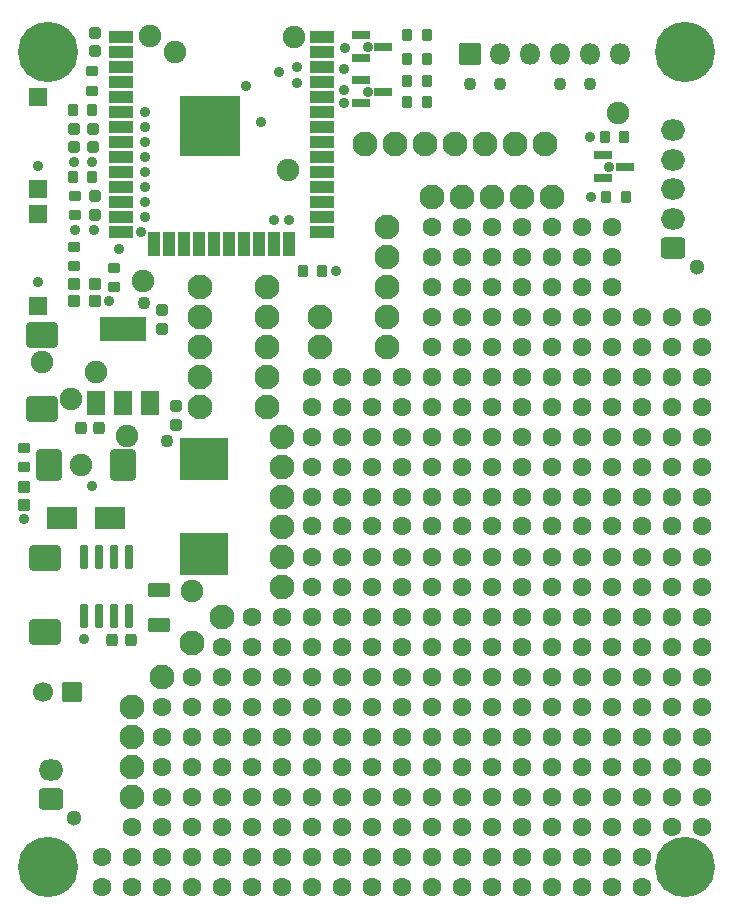
<source format=gbr>
%TF.GenerationSoftware,KiCad,Pcbnew,(6.0.1)*%
%TF.CreationDate,2023-01-01T21:05:58-08:00*%
%TF.ProjectId,ESP32 Protoboard - Small R1,45535033-3220-4507-926f-746f626f6172,rev?*%
%TF.SameCoordinates,Original*%
%TF.FileFunction,Soldermask,Top*%
%TF.FilePolarity,Negative*%
%FSLAX46Y46*%
G04 Gerber Fmt 4.6, Leading zero omitted, Abs format (unit mm)*
G04 Created by KiCad (PCBNEW (6.0.1)) date 2023-01-01 21:05:58*
%MOMM*%
%LPD*%
G01*
G04 APERTURE LIST*
G04 Aperture macros list*
%AMRoundRect*
0 Rectangle with rounded corners*
0 $1 Rounding radius*
0 $2 $3 $4 $5 $6 $7 $8 $9 X,Y pos of 4 corners*
0 Add a 4 corners polygon primitive as box body*
4,1,4,$2,$3,$4,$5,$6,$7,$8,$9,$2,$3,0*
0 Add four circle primitives for the rounded corners*
1,1,$1+$1,$2,$3*
1,1,$1+$1,$4,$5*
1,1,$1+$1,$6,$7*
1,1,$1+$1,$8,$9*
0 Add four rect primitives between the rounded corners*
20,1,$1+$1,$2,$3,$4,$5,0*
20,1,$1+$1,$4,$5,$6,$7,0*
20,1,$1+$1,$6,$7,$8,$9,0*
20,1,$1+$1,$8,$9,$2,$3,0*%
G04 Aperture macros list end*
%ADD10RoundRect,0.101600X0.400000X0.400000X-0.400000X0.400000X-0.400000X-0.400000X0.400000X-0.400000X0*%
%ADD11RoundRect,0.250000X0.275000X-0.200000X0.275000X0.200000X-0.275000X0.200000X-0.275000X-0.200000X0*%
%ADD12RoundRect,0.250000X0.200000X0.275000X-0.200000X0.275000X-0.200000X-0.275000X0.200000X-0.275000X0*%
%ADD13RoundRect,0.050000X-0.750000X0.750000X-0.750000X-0.750000X0.750000X-0.750000X0.750000X0.750000X0*%
%ADD14RoundRect,0.250000X-0.275000X0.200000X-0.275000X-0.200000X0.275000X-0.200000X0.275000X0.200000X0*%
%ADD15RoundRect,0.275000X0.225000X0.250000X-0.225000X0.250000X-0.225000X-0.250000X0.225000X-0.250000X0*%
%ADD16RoundRect,0.275000X0.250000X-0.225000X0.250000X0.225000X-0.250000X0.225000X-0.250000X-0.225000X0*%
%ADD17RoundRect,0.300000X0.650000X-0.325000X0.650000X0.325000X-0.650000X0.325000X-0.650000X-0.325000X0*%
%ADD18C,0.900000*%
%ADD19C,5.100000*%
%ADD20RoundRect,0.050000X0.800000X0.800000X-0.800000X0.800000X-0.800000X-0.800000X0.800000X-0.800000X0*%
%ADD21C,1.700000*%
%ADD22RoundRect,0.200000X0.150000X-0.825000X0.150000X0.825000X-0.150000X0.825000X-0.150000X-0.825000X0*%
%ADD23RoundRect,0.300000X0.787500X1.025000X-0.787500X1.025000X-0.787500X-1.025000X0.787500X-1.025000X0*%
%ADD24RoundRect,0.300000X1.025000X-0.787500X1.025000X0.787500X-1.025000X0.787500X-1.025000X-0.787500X0*%
%ADD25RoundRect,0.300000X-1.025000X0.787500X-1.025000X-0.787500X1.025000X-0.787500X1.025000X0.787500X0*%
%ADD26RoundRect,0.275000X-0.250000X0.225000X-0.250000X-0.225000X0.250000X-0.225000X0.250000X0.225000X0*%
%ADD27RoundRect,0.050000X0.750000X-1.000000X0.750000X1.000000X-0.750000X1.000000X-0.750000X-1.000000X0*%
%ADD28RoundRect,0.050000X1.900000X-1.000000X1.900000X1.000000X-1.900000X1.000000X-1.900000X-1.000000X0*%
%ADD29RoundRect,0.250000X-0.200000X-0.275000X0.200000X-0.275000X0.200000X0.275000X-0.200000X0.275000X0*%
%ADD30RoundRect,0.050000X1.250000X0.900000X-1.250000X0.900000X-1.250000X-0.900000X1.250000X-0.900000X0*%
%ADD31RoundRect,0.050000X-1.000000X-0.450000X1.000000X-0.450000X1.000000X0.450000X-1.000000X0.450000X0*%
%ADD32RoundRect,0.050000X0.450000X-1.000000X0.450000X1.000000X-0.450000X1.000000X-0.450000X-1.000000X0*%
%ADD33RoundRect,0.050000X-2.500000X-2.500000X2.500000X-2.500000X2.500000X2.500000X-2.500000X2.500000X0*%
%ADD34RoundRect,0.050000X2.000000X-1.750000X2.000000X1.750000X-2.000000X1.750000X-2.000000X-1.750000X0*%
%ADD35C,1.100000*%
%ADD36C,1.300000*%
%ADD37RoundRect,0.300000X0.750000X-0.600000X0.750000X0.600000X-0.750000X0.600000X-0.750000X-0.600000X0*%
%ADD38O,2.100000X1.800000*%
%ADD39RoundRect,0.300000X0.725000X-0.600000X0.725000X0.600000X-0.725000X0.600000X-0.725000X-0.600000X0*%
%ADD40O,2.050000X1.800000*%
%ADD41C,1.600000*%
%ADD42C,2.100000*%
%ADD43RoundRect,0.050000X0.850000X-0.850000X0.850000X0.850000X-0.850000X0.850000X-0.850000X-0.850000X0*%
%ADD44O,1.800000X1.800000*%
%ADD45RoundRect,0.200000X-0.587500X-0.150000X0.587500X-0.150000X0.587500X0.150000X-0.587500X0.150000X0*%
%ADD46C,1.900000*%
G04 APERTURE END LIST*
D10*
%TO.C,D12*%
X5207000Y-24118000D03*
X5207000Y-22618000D03*
%TD*%
D11*
%TO.C,R10*%
X5207000Y-21145000D03*
X5207000Y-19495000D03*
%TD*%
D12*
%TO.C,R14*%
X51826000Y-10160000D03*
X50176000Y-10160000D03*
%TD*%
D13*
%TO.C,SW1*%
X2159000Y-6768000D03*
X2159000Y-14568000D03*
%TD*%
D14*
%TO.C,R6*%
X5334000Y-15177000D03*
X5334000Y-16827000D03*
%TD*%
D15*
%TO.C,C3*%
X7379000Y-34798000D03*
X5829000Y-34798000D03*
%TD*%
D16*
%TO.C,C11*%
X12700000Y-26429000D03*
X12700000Y-24879000D03*
%TD*%
D17*
%TO.C,C2*%
X12446000Y-51513000D03*
X12446000Y-48563000D03*
%TD*%
D10*
%TO.C,D8*%
X6985000Y-24118000D03*
X6985000Y-22618000D03*
%TD*%
D11*
%TO.C,R4*%
X6731000Y-6286000D03*
X6731000Y-4636000D03*
%TD*%
D18*
%TO.C,H4*%
X55674175Y-73325825D03*
X55125000Y-72000000D03*
X55674175Y-70674175D03*
D19*
X57000000Y-72000000D03*
D18*
X58875000Y-72000000D03*
X58325825Y-73325825D03*
X58325825Y-70674175D03*
X57000000Y-70125000D03*
X57000000Y-73875000D03*
%TD*%
%TO.C,H3*%
X57000000Y-1125000D03*
X55674175Y-4325825D03*
D19*
X57000000Y-3000000D03*
D18*
X58325825Y-4325825D03*
X57000000Y-4875000D03*
X55674175Y-1674175D03*
X55125000Y-3000000D03*
X58325825Y-1674175D03*
X58875000Y-3000000D03*
%TD*%
D12*
%TO.C,R15*%
X51953000Y-15277500D03*
X50303000Y-15277500D03*
%TD*%
%TO.C,R5*%
X26257000Y-21500000D03*
X24607000Y-21500000D03*
%TD*%
D10*
%TO.C,D7*%
X1016000Y-41338000D03*
X1016000Y-39838000D03*
%TD*%
D20*
%TO.C,C1*%
X5080000Y-57150000D03*
D21*
X2580000Y-57150000D03*
%TD*%
D22*
%TO.C,U2*%
X6096000Y-50717000D03*
X7366000Y-50717000D03*
X8636000Y-50717000D03*
X9906000Y-50717000D03*
X9906000Y-45767000D03*
X8636000Y-45767000D03*
X7366000Y-45767000D03*
X6096000Y-45767000D03*
%TD*%
D18*
%TO.C,H2*%
X3000000Y-70125000D03*
D19*
X3000000Y-72000000D03*
D18*
X3000000Y-73875000D03*
X4875000Y-72000000D03*
X4325825Y-70674175D03*
X1125000Y-72000000D03*
X1674175Y-73325825D03*
X4325825Y-73325825D03*
X1674175Y-70674175D03*
%TD*%
D13*
%TO.C,SW2*%
X2159000Y-16674000D03*
X2159000Y-24474000D03*
%TD*%
D23*
%TO.C,C4*%
X9363500Y-37992000D03*
X3138500Y-37992000D03*
%TD*%
D11*
%TO.C,R26*%
X1016000Y-38163000D03*
X1016000Y-36513000D03*
%TD*%
D24*
%TO.C,C7*%
X2751000Y-52104500D03*
X2751000Y-45879500D03*
%TD*%
D25*
%TO.C,C10*%
X2540000Y-26986500D03*
X2540000Y-33211500D03*
%TD*%
D16*
%TO.C,C9*%
X7000000Y-2934000D03*
X7000000Y-1384000D03*
%TD*%
D26*
%TO.C,C8*%
X5207000Y-9512000D03*
X5207000Y-11062000D03*
%TD*%
D27*
%TO.C,U3*%
X7098000Y-32741000D03*
X9398000Y-32741000D03*
D28*
X9398000Y-26441000D03*
D27*
X11698000Y-32741000D03*
%TD*%
D11*
%TO.C,R27*%
X8636000Y-22923000D03*
X8636000Y-21273000D03*
%TD*%
D26*
%TO.C,C6*%
X13843000Y-33007000D03*
X13843000Y-34557000D03*
%TD*%
D15*
%TO.C,C5*%
X10026000Y-52742000D03*
X8476000Y-52742000D03*
%TD*%
D29*
%TO.C,R7*%
X5144000Y-13589000D03*
X6794000Y-13589000D03*
%TD*%
%TO.C,R3*%
X5144000Y-7874000D03*
X6794000Y-7874000D03*
%TD*%
D30*
%TO.C,D1*%
X8251000Y-42492000D03*
X4251000Y-42492000D03*
%TD*%
D31*
%TO.C,U1*%
X9250000Y-1745000D03*
X9250000Y-3015000D03*
X9250000Y-4285000D03*
X9250000Y-5555000D03*
X9250000Y-6825000D03*
X9250000Y-8095000D03*
X9250000Y-9365000D03*
X9250000Y-10635000D03*
X9250000Y-11905000D03*
X9250000Y-13175000D03*
X9250000Y-14445000D03*
X9250000Y-15715000D03*
X9250000Y-16985000D03*
X9250000Y-18255000D03*
D32*
X12035000Y-19255000D03*
X13305000Y-19255000D03*
X14575000Y-19255000D03*
X15845000Y-19255000D03*
X17115000Y-19255000D03*
X18385000Y-19255000D03*
X19655000Y-19255000D03*
X20925000Y-19255000D03*
X22195000Y-19255000D03*
X23465000Y-19255000D03*
D31*
X26250000Y-18255000D03*
X26250000Y-16985000D03*
X26250000Y-15715000D03*
X26250000Y-14445000D03*
X26250000Y-13175000D03*
X26250000Y-11905000D03*
X26250000Y-10635000D03*
X26250000Y-9365000D03*
X26250000Y-8095000D03*
X26250000Y-6825000D03*
X26250000Y-5555000D03*
X26250000Y-4285000D03*
X26250000Y-3015000D03*
X26250000Y-1745000D03*
D33*
X16750000Y-9245000D03*
%TD*%
D34*
%TO.C,L1*%
X16251000Y-45492000D03*
X16251000Y-37492000D03*
%TD*%
D18*
%TO.C,H1*%
X4325825Y-4325825D03*
X3000000Y-1125000D03*
X4325825Y-1674175D03*
X1674175Y-1674175D03*
D19*
X3000000Y-3000000D03*
D18*
X4875000Y-3000000D03*
X1674175Y-4325825D03*
X1125000Y-3000000D03*
X3000000Y-4875000D03*
%TD*%
D29*
%TO.C,R2*%
X33465000Y-3556000D03*
X35115000Y-3556000D03*
%TD*%
D35*
%TO.C,TP1*%
X48895000Y-5715000D03*
%TD*%
%TO.C,TP2*%
X46355000Y-5715000D03*
%TD*%
%TO.C,TP3*%
X41275000Y-5715000D03*
%TD*%
%TO.C,TP4*%
X38735000Y-5715000D03*
%TD*%
D36*
%TO.C,J1*%
X5268000Y-67854000D03*
D37*
X3268000Y-66254000D03*
D38*
X3268000Y-63754000D03*
%TD*%
D36*
%TO.C,J8*%
X57990000Y-21205000D03*
D39*
X55990000Y-19605000D03*
D40*
X55990000Y-17105000D03*
X55990000Y-14605000D03*
X55990000Y-12105000D03*
X55990000Y-9605000D03*
%TD*%
D41*
%TO.C,REF\u002A\u002A*%
X55880000Y-35560000D03*
%TD*%
%TO.C,REF\u002A\u002A*%
X38067310Y-40640000D03*
%TD*%
%TO.C,REF\u002A\u002A*%
X48260000Y-73660000D03*
%TD*%
%TO.C,REF\u002A\u002A*%
X30480000Y-66040000D03*
%TD*%
%TO.C,REF\u002A\u002A*%
X30480000Y-48260000D03*
%TD*%
%TO.C,REF\u002A\u002A*%
X15240000Y-73660000D03*
%TD*%
%TO.C,REF\u002A\u002A*%
X38100000Y-45720000D03*
%TD*%
%TO.C,REF\u002A\u002A*%
X27940000Y-73660000D03*
%TD*%
%TO.C,REF\u002A\u002A*%
X33020000Y-50800000D03*
%TD*%
%TO.C,REF\u002A\u002A*%
X45720000Y-50800000D03*
%TD*%
%TO.C,REF\u002A\u002A*%
X40640000Y-48260000D03*
%TD*%
%TO.C,REF\u002A\u002A*%
X27940000Y-71120000D03*
%TD*%
%TO.C,REF\u002A\u002A*%
X50800000Y-35560000D03*
%TD*%
%TO.C,REF\u002A\u002A*%
X22860000Y-50800000D03*
%TD*%
%TO.C,REF\u002A\u002A*%
X38100000Y-68612690D03*
%TD*%
%TO.C,REF\u002A\u002A*%
X33020000Y-38100000D03*
%TD*%
%TO.C,REF\u002A\u002A*%
X15240000Y-55880000D03*
%TD*%
%TO.C,REF\u002A\u002A*%
X25400000Y-68612690D03*
%TD*%
%TO.C,REF\u002A\u002A*%
X55880000Y-68580000D03*
%TD*%
%TO.C,REF\u002A\u002A*%
X15240000Y-68612690D03*
%TD*%
D42*
%TO.C,IO21*%
X42545000Y-10795000D03*
%TD*%
D41*
%TO.C,REF\u002A\u002A*%
X20320000Y-73660000D03*
%TD*%
%TO.C,REF\u002A\u002A*%
X55880000Y-58420000D03*
%TD*%
D42*
%TO.C,IO17*%
X31750000Y-22860000D03*
%TD*%
D41*
%TO.C,REF\u002A\u002A*%
X20320000Y-71120000D03*
%TD*%
%TO.C,REF\u002A\u002A*%
X55847310Y-40640000D03*
%TD*%
%TO.C,REF\u002A\u002A*%
X30447310Y-43159141D03*
%TD*%
%TO.C,REF\u002A\u002A*%
X53307310Y-40640000D03*
%TD*%
%TO.C,REF\u002A\u002A*%
X35560000Y-33020000D03*
%TD*%
%TO.C,REF\u002A\u002A*%
X43180000Y-22860000D03*
%TD*%
%TO.C,REF\u002A\u002A*%
X43180000Y-35560000D03*
%TD*%
%TO.C,REF\u002A\u002A*%
X22860000Y-60960000D03*
%TD*%
%TO.C,REF\u002A\u002A*%
X58420000Y-38100000D03*
%TD*%
%TO.C,REF\u002A\u002A*%
X58420000Y-63500000D03*
%TD*%
%TO.C,REF\u002A\u002A*%
X32987310Y-40640000D03*
%TD*%
%TO.C,REF\u002A\u002A*%
X55880000Y-33020000D03*
%TD*%
D42*
%TO.C,IO14*%
X15875000Y-30480000D03*
%TD*%
D41*
%TO.C,REF\u002A\u002A*%
X40640000Y-22860000D03*
%TD*%
%TO.C,REF\u002A\u002A*%
X30480000Y-60960000D03*
%TD*%
%TO.C,REF\u002A\u002A*%
X27940000Y-45720000D03*
%TD*%
%TO.C,REF\u002A\u002A*%
X45720000Y-33020000D03*
%TD*%
%TO.C,REF\u002A\u002A*%
X27940000Y-38100000D03*
%TD*%
%TO.C,REF\u002A\u002A*%
X50800000Y-45720000D03*
%TD*%
%TO.C,REF\u002A\u002A*%
X22860000Y-68612690D03*
%TD*%
%TO.C,REF\u002A\u002A*%
X40640000Y-68612690D03*
%TD*%
%TO.C,REF\u002A\u002A*%
X48260000Y-20320000D03*
%TD*%
%TO.C,REF\u002A\u002A*%
X33020000Y-55880000D03*
%TD*%
%TO.C,REF\u002A\u002A*%
X20320000Y-53340000D03*
%TD*%
%TO.C,REF\u002A\u002A*%
X35560000Y-25400000D03*
%TD*%
%TO.C,REF\u002A\u002A*%
X35560000Y-48260000D03*
%TD*%
%TO.C,REF\u002A\u002A*%
X40640000Y-25400000D03*
%TD*%
%TO.C,REF\u002A\u002A*%
X53340000Y-71120000D03*
%TD*%
%TO.C,REF\u002A\u002A*%
X17780000Y-63500000D03*
%TD*%
%TO.C,REF\u002A\u002A*%
X7620000Y-71120000D03*
%TD*%
%TO.C,REF\u002A\u002A*%
X48260000Y-53340000D03*
%TD*%
%TO.C,REF\u002A\u002A*%
X35560000Y-63500000D03*
%TD*%
%TO.C,REF\u002A\u002A*%
X38100000Y-38100000D03*
%TD*%
%TO.C,REF\u002A\u002A*%
X35560000Y-73660000D03*
%TD*%
D26*
%TO.C,C13*%
X6985000Y-15227000D03*
X6985000Y-16777000D03*
%TD*%
D41*
%TO.C,REF\u002A\u002A*%
X33020000Y-60960000D03*
%TD*%
%TO.C,REF\u002A\u002A*%
X35560000Y-17780000D03*
%TD*%
%TO.C,REF\u002A\u002A*%
X12700000Y-58420000D03*
%TD*%
%TO.C,REF\u002A\u002A*%
X20320000Y-58420000D03*
%TD*%
%TO.C,REF\u002A\u002A*%
X53340000Y-50800000D03*
%TD*%
%TO.C,REF\u002A\u002A*%
X27940000Y-68612690D03*
%TD*%
%TO.C,REF\u002A\u002A*%
X50800000Y-58420000D03*
%TD*%
%TO.C,REF\u002A\u002A*%
X58387310Y-53340000D03*
%TD*%
%TO.C,REF\u002A\u002A*%
X40640000Y-66040000D03*
%TD*%
%TO.C,REF\u002A\u002A*%
X38100000Y-66040000D03*
%TD*%
%TO.C,REF\u002A\u002A*%
X25400000Y-35560000D03*
%TD*%
%TO.C,REF\u002A\u002A*%
X35560000Y-45720000D03*
%TD*%
%TO.C,REF\u002A\u002A*%
X58420000Y-33020000D03*
%TD*%
%TO.C,REF\u002A\u002A*%
X25400000Y-63500000D03*
%TD*%
%TO.C,REF\u002A\u002A*%
X43180000Y-73660000D03*
%TD*%
D42*
%TO.C,VIN1*%
X10160000Y-66040000D03*
%TD*%
D41*
%TO.C,REF\u002A\u002A*%
X30480000Y-55880000D03*
%TD*%
%TO.C,REF\u002A\u002A*%
X40640000Y-30480000D03*
%TD*%
%TO.C,REF\u002A\u002A*%
X40640000Y-20320000D03*
%TD*%
%TO.C,REF\u002A\u002A*%
X40640000Y-58420000D03*
%TD*%
%TO.C,REF\u002A\u002A*%
X43180000Y-30480000D03*
%TD*%
%TO.C,REF\u002A\u002A*%
X58387310Y-60960000D03*
%TD*%
%TO.C,REF\u002A\u002A*%
X43180000Y-53340000D03*
%TD*%
%TO.C,REF\u002A\u002A*%
X17780000Y-58420000D03*
%TD*%
%TO.C,REF\u002A\u002A*%
X45720000Y-22860000D03*
%TD*%
%TO.C,REF\u002A\u002A*%
X17780000Y-53340000D03*
%TD*%
%TO.C,REF\u002A\u002A*%
X22860000Y-58420000D03*
%TD*%
%TO.C,REF\u002A\u002A*%
X15240000Y-58420000D03*
%TD*%
%TO.C,REF\u002A\u002A*%
X48260000Y-48260000D03*
%TD*%
%TO.C,REF\u002A\u002A*%
X40607310Y-43159141D03*
%TD*%
%TO.C,REF\u002A\u002A*%
X38100000Y-22860000D03*
%TD*%
%TO.C,REF\u002A\u002A*%
X40640000Y-71120000D03*
%TD*%
%TO.C,REF\u002A\u002A*%
X58387310Y-43159141D03*
%TD*%
%TO.C,REF\u002A\u002A*%
X58387310Y-50800000D03*
%TD*%
%TO.C,REF\u002A\u002A*%
X43180000Y-48260000D03*
%TD*%
%TO.C,REF\u002A\u002A*%
X33020000Y-58420000D03*
%TD*%
%TO.C,REF\u002A\u002A*%
X43180000Y-60960000D03*
%TD*%
%TO.C,REF\u002A\u002A*%
X33020000Y-53340000D03*
%TD*%
%TO.C,REF\u002A\u002A*%
X30480000Y-38100000D03*
%TD*%
%TO.C,REF\u002A\u002A*%
X35527310Y-40640000D03*
%TD*%
%TO.C,REF\u002A\u002A*%
X40640000Y-27940000D03*
%TD*%
D42*
%TO.C,VIN4*%
X15240000Y-52998250D03*
%TD*%
D41*
%TO.C,REF\u002A\u002A*%
X38100000Y-17780000D03*
%TD*%
%TO.C,REF\u002A\u002A*%
X22860000Y-55880000D03*
%TD*%
D42*
%TO.C,VIN2*%
X10160000Y-60960000D03*
%TD*%
D41*
%TO.C,REF\u002A\u002A*%
X50800000Y-71120000D03*
%TD*%
%TO.C,REF\u002A\u002A*%
X45720000Y-48260000D03*
%TD*%
%TO.C,REF\u002A\u002A*%
X27907310Y-40640000D03*
%TD*%
%TO.C,REF\u002A\u002A*%
X48260000Y-22860000D03*
%TD*%
%TO.C,REF\u002A\u002A*%
X53340000Y-55880000D03*
%TD*%
%TO.C,REF\u002A\u002A*%
X38100000Y-63500000D03*
%TD*%
%TO.C,REF\u002A\u002A*%
X48260000Y-68612690D03*
%TD*%
%TO.C,REF\u002A\u002A*%
X40640000Y-73660000D03*
%TD*%
%TO.C,REF\u002A\u002A*%
X15240000Y-60960000D03*
%TD*%
D42*
%TO.C,IO18*%
X31750000Y-17780000D03*
%TD*%
D41*
%TO.C,REF\u002A\u002A*%
X27940000Y-58420000D03*
%TD*%
%TO.C,REF\u002A\u002A*%
X22860000Y-53340000D03*
%TD*%
%TO.C,REF\u002A\u002A*%
X53340000Y-68580000D03*
%TD*%
%TO.C,REF\u002A\u002A*%
X25400000Y-66040000D03*
%TD*%
D42*
%TO.C,IO16*%
X31750000Y-25400000D03*
%TD*%
D41*
%TO.C,REF\u002A\u002A*%
X35560000Y-35560000D03*
%TD*%
D42*
%TO.C,IO22*%
X45085000Y-10795000D03*
%TD*%
D41*
%TO.C,REF\u002A\u002A*%
X40640000Y-53340000D03*
%TD*%
%TO.C,REF\u002A\u002A*%
X33020000Y-63500000D03*
%TD*%
%TO.C,REF\u002A\u002A*%
X53340000Y-73660000D03*
%TD*%
D42*
%TO.C,5V03*%
X43180000Y-15240000D03*
%TD*%
D41*
%TO.C,REF\u002A\u002A*%
X53340000Y-27940000D03*
%TD*%
%TO.C,REF\u002A\u002A*%
X50800000Y-66040000D03*
%TD*%
%TO.C,REF\u002A\u002A*%
X58387310Y-45720000D03*
%TD*%
%TO.C,REF\u002A\u002A*%
X43180000Y-68612690D03*
%TD*%
D42*
%TO.C,IO5*%
X31750000Y-20320000D03*
%TD*%
D41*
%TO.C,REF\u002A\u002A*%
X45720000Y-53340000D03*
%TD*%
%TO.C,REF\u002A\u002A*%
X10160000Y-68612690D03*
%TD*%
%TO.C,REF\u002A\u002A*%
X53340000Y-48260000D03*
%TD*%
D42*
%TO.C,IO27*%
X15875000Y-33020000D03*
%TD*%
D41*
%TO.C,REF\u002A\u002A*%
X55880000Y-55880000D03*
%TD*%
%TO.C,REF\u002A\u002A*%
X40640000Y-35560000D03*
%TD*%
%TO.C,REF\u002A\u002A*%
X27940000Y-63500000D03*
%TD*%
%TO.C,REF\u002A\u002A*%
X38100000Y-25400000D03*
%TD*%
%TO.C,REF\u002A\u002A*%
X50800000Y-22860000D03*
%TD*%
%TO.C,REF\u002A\u002A*%
X30447310Y-40640000D03*
%TD*%
%TO.C,REF\u002A\u002A*%
X55880000Y-43159141D03*
%TD*%
D42*
%TO.C,5V04*%
X35560000Y-15240000D03*
%TD*%
D41*
%TO.C,REF\u002A\u002A*%
X55880000Y-60960000D03*
%TD*%
D42*
%TO.C,IO33*%
X21590000Y-22860000D03*
%TD*%
%TO.C,3V34*%
X45720000Y-15240000D03*
%TD*%
D41*
%TO.C,REF\u002A\u002A*%
X48260000Y-38100000D03*
%TD*%
%TO.C,REF\u002A\u002A*%
X38100000Y-48260000D03*
%TD*%
%TO.C,REF\u002A\u002A*%
X38100000Y-55880000D03*
%TD*%
%TO.C,REF\u002A\u002A*%
X58420000Y-25400000D03*
%TD*%
%TO.C,REF\u002A\u002A*%
X43180000Y-27940000D03*
%TD*%
%TO.C,REF\u002A\u002A*%
X30480000Y-50800000D03*
%TD*%
%TO.C,REF\u002A\u002A*%
X35560000Y-58420000D03*
%TD*%
%TO.C,REF\u002A\u002A*%
X50767310Y-43159141D03*
%TD*%
%TO.C,REF\u002A\u002A*%
X40640000Y-55880000D03*
%TD*%
%TO.C,REF\u002A\u002A*%
X22860000Y-73660000D03*
%TD*%
%TO.C,REF\u002A\u002A*%
X25400000Y-60960000D03*
%TD*%
%TO.C,REF\u002A\u002A*%
X12700000Y-66040000D03*
%TD*%
%TO.C,REF\u002A\u002A*%
X35527310Y-43159141D03*
%TD*%
%TO.C,REF\u002A\u002A*%
X40640000Y-33020000D03*
%TD*%
D42*
%TO.C,IO32*%
X15875000Y-27940000D03*
%TD*%
D41*
%TO.C,REF\u002A\u002A*%
X50800000Y-17780000D03*
%TD*%
%TO.C,REF\u002A\u002A*%
X33020000Y-45720000D03*
%TD*%
%TO.C,REF\u002A\u002A*%
X25400000Y-45720000D03*
%TD*%
%TO.C,REF\u002A\u002A*%
X40640000Y-38100000D03*
%TD*%
%TO.C,REF\u002A\u002A*%
X53340000Y-30480000D03*
%TD*%
%TO.C,REF\u002A\u002A*%
X30480000Y-45720000D03*
%TD*%
%TO.C,REF\u002A\u002A*%
X50800000Y-27940000D03*
%TD*%
%TO.C,REF\u002A\u002A*%
X45720000Y-30480000D03*
%TD*%
%TO.C,REF\u002A\u002A*%
X48260000Y-30480000D03*
%TD*%
%TO.C,REF\u002A\u002A*%
X35560000Y-60960000D03*
%TD*%
%TO.C,REF\u002A\u002A*%
X40607310Y-40640000D03*
%TD*%
%TO.C,REF\u002A\u002A*%
X35560000Y-68612690D03*
%TD*%
%TO.C,REF\u002A\u002A*%
X35560000Y-22860000D03*
%TD*%
%TO.C,REF\u002A\u002A*%
X35560000Y-66040000D03*
%TD*%
%TO.C,REF\u002A\u002A*%
X43180000Y-38100000D03*
%TD*%
D43*
%TO.C,J2*%
X38760000Y-3175000D03*
D44*
X41300000Y-3175000D03*
X43840000Y-3175000D03*
X46380000Y-3175000D03*
X48920000Y-3175000D03*
X51460000Y-3175000D03*
%TD*%
D41*
%TO.C,REF\u002A\u002A*%
X53340000Y-33020000D03*
%TD*%
%TO.C,REF\u002A\u002A*%
X55880000Y-38100000D03*
%TD*%
%TO.C,REF\u002A\u002A*%
X45720000Y-17780000D03*
%TD*%
D42*
%TO.C,IO12*%
X15875000Y-25400000D03*
%TD*%
D41*
%TO.C,REF\u002A\u002A*%
X45720000Y-71120000D03*
%TD*%
%TO.C,REF\u002A\u002A*%
X45720000Y-20320000D03*
%TD*%
%TO.C,REF\u002A\u002A*%
X50800000Y-38100000D03*
%TD*%
%TO.C,REF\u002A\u002A*%
X53340000Y-45720000D03*
%TD*%
%TO.C,REF\u002A\u002A*%
X35560000Y-20320000D03*
%TD*%
%TO.C,REF\u002A\u002A*%
X17780000Y-55880000D03*
%TD*%
%TO.C,REF\u002A\u002A*%
X33020000Y-68612690D03*
%TD*%
%TO.C,REF\u002A\u002A*%
X12700000Y-71120000D03*
%TD*%
%TO.C,REF\u002A\u002A*%
X43180000Y-17780000D03*
%TD*%
%TO.C,REF\u002A\u002A*%
X38100000Y-33020000D03*
%TD*%
%TO.C,REF\u002A\u002A*%
X38100000Y-73660000D03*
%TD*%
D42*
%TO.C,5V02*%
X22860000Y-40640000D03*
%TD*%
D41*
%TO.C,REF\u002A\u002A*%
X48260000Y-25400000D03*
%TD*%
%TO.C,REF\u002A\u002A*%
X50800000Y-55880000D03*
%TD*%
%TO.C,REF\u002A\u002A*%
X25400000Y-55880000D03*
%TD*%
%TO.C,REF\u002A\u002A*%
X17780000Y-71120000D03*
%TD*%
%TO.C,REF\u002A\u002A*%
X50800000Y-73660000D03*
%TD*%
%TO.C,REF\u002A\u002A*%
X38100000Y-71120000D03*
%TD*%
%TO.C,REF\u002A\u002A*%
X50800000Y-33020000D03*
%TD*%
%TO.C,REF\u002A\u002A*%
X45720000Y-25400000D03*
%TD*%
%TO.C,REF\u002A\u002A*%
X32987310Y-43159141D03*
%TD*%
%TO.C,REF\u002A\u002A*%
X22860000Y-66040000D03*
%TD*%
%TO.C,REF\u002A\u002A*%
X50800000Y-48260000D03*
%TD*%
%TO.C,REF\u002A\u002A*%
X17780000Y-73660000D03*
%TD*%
%TO.C,REF\u002A\u002A*%
X25400000Y-53340000D03*
%TD*%
%TO.C,REF\u002A\u002A*%
X45720000Y-68612690D03*
%TD*%
D42*
%TO.C,IO34*%
X21590000Y-33020000D03*
%TD*%
D41*
%TO.C,REF\u002A\u002A*%
X45720000Y-73660000D03*
%TD*%
%TO.C,REF\u002A\u002A*%
X53340000Y-35560000D03*
%TD*%
%TO.C,REF\u002A\u002A*%
X30480000Y-73660000D03*
%TD*%
%TO.C,REF\u002A\u002A*%
X53307310Y-43159141D03*
%TD*%
%TO.C,REF\u002A\u002A*%
X27940000Y-60960000D03*
%TD*%
%TO.C,REF\u002A\u002A*%
X33020000Y-33020000D03*
%TD*%
D42*
%TO.C,IO3*%
X40005000Y-10795000D03*
%TD*%
D41*
%TO.C,REF\u002A\u002A*%
X15240000Y-63500000D03*
%TD*%
%TO.C,REF\u002A\u002A*%
X35560000Y-53340000D03*
%TD*%
%TO.C,REF\u002A\u002A*%
X25400000Y-58420000D03*
%TD*%
%TO.C,REF\u002A\u002A*%
X43180000Y-45720000D03*
%TD*%
%TO.C,REF\u002A\u002A*%
X43180000Y-63500000D03*
%TD*%
%TO.C,REF\u002A\u002A*%
X10160000Y-71120000D03*
%TD*%
%TO.C,REF\u002A\u002A*%
X30480000Y-30480000D03*
%TD*%
%TO.C,REF\u002A\u002A*%
X50800000Y-30480000D03*
%TD*%
%TO.C,REF\u002A\u002A*%
X58420000Y-27940000D03*
%TD*%
%TO.C,REF\u002A\u002A*%
X43180000Y-71120000D03*
%TD*%
%TO.C,REF\u002A\u002A*%
X33020000Y-66040000D03*
%TD*%
%TO.C,REF\u002A\u002A*%
X40640000Y-60960000D03*
%TD*%
D42*
%TO.C,G3*%
X17780000Y-50800000D03*
%TD*%
D41*
%TO.C,REF\u002A\u002A*%
X25400000Y-33020000D03*
%TD*%
%TO.C,REF\u002A\u002A*%
X53340000Y-53340000D03*
%TD*%
%TO.C,REF\u002A\u002A*%
X22860000Y-71120000D03*
%TD*%
%TO.C,REF\u002A\u002A*%
X38100000Y-53340000D03*
%TD*%
%TO.C,REF\u002A\u002A*%
X27940000Y-66040000D03*
%TD*%
%TO.C,REF\u002A\u002A*%
X55880000Y-63500000D03*
%TD*%
%TO.C,REF\u002A\u002A*%
X12700000Y-73660000D03*
%TD*%
%TO.C,REF\u002A\u002A*%
X35560000Y-27940000D03*
%TD*%
%TO.C,REF\u002A\u002A*%
X30480000Y-58420000D03*
%TD*%
D29*
%TO.C,R1*%
X33465000Y-1524000D03*
X35115000Y-1524000D03*
%TD*%
D41*
%TO.C,REF\u002A\u002A*%
X17780000Y-68612690D03*
%TD*%
%TO.C,REF\u002A\u002A*%
X50800000Y-20320000D03*
%TD*%
%TO.C,REF\u002A\u002A*%
X27940000Y-33020000D03*
%TD*%
D42*
%TO.C,IO4*%
X31750000Y-27940000D03*
%TD*%
D41*
%TO.C,REF\u002A\u002A*%
X33020000Y-30480000D03*
%TD*%
%TO.C,REF\u002A\u002A*%
X27940000Y-50800000D03*
%TD*%
%TO.C,REF\u002A\u002A*%
X40640000Y-63500000D03*
%TD*%
%TO.C,REF\u002A\u002A*%
X53340000Y-38100000D03*
%TD*%
%TO.C,REF\u002A\u002A*%
X50800000Y-63500000D03*
%TD*%
D42*
%TO.C,G5*%
X22860000Y-35560000D03*
%TD*%
D41*
%TO.C,REF\u002A\u002A*%
X48260000Y-50800000D03*
%TD*%
D42*
%TO.C,G4*%
X22860000Y-43180000D03*
%TD*%
D41*
%TO.C,REF\u002A\u002A*%
X45720000Y-55880000D03*
%TD*%
%TO.C,REF\u002A\u002A*%
X45720000Y-35560000D03*
%TD*%
D42*
%TO.C,VIN3*%
X12700000Y-55880000D03*
%TD*%
D41*
%TO.C,REF\u002A\u002A*%
X20320000Y-68612690D03*
%TD*%
%TO.C,REF\u002A\u002A*%
X58420000Y-35560000D03*
%TD*%
%TO.C,REF\u002A\u002A*%
X35560000Y-55880000D03*
%TD*%
%TO.C,REF\u002A\u002A*%
X25400000Y-73660000D03*
%TD*%
%TO.C,REF\u002A\u002A*%
X48260000Y-66040000D03*
%TD*%
%TO.C,REF\u002A\u002A*%
X30480000Y-68612690D03*
%TD*%
%TO.C,REF\u002A\u002A*%
X33020000Y-48260000D03*
%TD*%
%TO.C,REF\u002A\u002A*%
X50800000Y-50800000D03*
%TD*%
%TO.C,REF\u002A\u002A*%
X53340000Y-25400000D03*
%TD*%
%TO.C,REF\u002A\u002A*%
X48260000Y-33020000D03*
%TD*%
%TO.C,REF\u002A\u002A*%
X25367310Y-43159141D03*
%TD*%
D42*
%TO.C,IO2*%
X26035000Y-27940000D03*
%TD*%
D41*
%TO.C,REF\u002A\u002A*%
X20320000Y-50800000D03*
%TD*%
%TO.C,REF\u002A\u002A*%
X43147310Y-43159141D03*
%TD*%
%TO.C,REF\u002A\u002A*%
X45720000Y-45720000D03*
%TD*%
%TO.C,REF\u002A\u002A*%
X43180000Y-66040000D03*
%TD*%
%TO.C,REF\u002A\u002A*%
X25400000Y-50800000D03*
%TD*%
%TO.C,REF\u002A\u002A*%
X43180000Y-20320000D03*
%TD*%
%TO.C,REF\u002A\u002A*%
X40640000Y-45720000D03*
%TD*%
D42*
%TO.C,G1*%
X10160000Y-63500000D03*
%TD*%
D41*
%TO.C,REF\u002A\u002A*%
X30480000Y-35560000D03*
%TD*%
%TO.C,REF\u002A\u002A*%
X45720000Y-66040000D03*
%TD*%
D42*
%TO.C,IO35*%
X21590000Y-30480000D03*
%TD*%
D41*
%TO.C,REF\u002A\u002A*%
X58420000Y-30480000D03*
%TD*%
D42*
%TO.C,IO23*%
X32385000Y-10795000D03*
%TD*%
D41*
%TO.C,REF\u002A\u002A*%
X27940000Y-35560000D03*
%TD*%
D42*
%TO.C,IO0*%
X34925000Y-10795000D03*
%TD*%
D41*
%TO.C,REF\u002A\u002A*%
X35560000Y-38100000D03*
%TD*%
%TO.C,REF\u002A\u002A*%
X12700000Y-60960000D03*
%TD*%
%TO.C,REF\u002A\u002A*%
X50800000Y-60960000D03*
%TD*%
%TO.C,REF\u002A\u002A*%
X17780000Y-60960000D03*
%TD*%
%TO.C,REF\u002A\u002A*%
X55880000Y-50800000D03*
%TD*%
%TO.C,REF\u002A\u002A*%
X38100000Y-27940000D03*
%TD*%
%TO.C,REF\u002A\u002A*%
X50767310Y-40640000D03*
%TD*%
%TO.C,REF\u002A\u002A*%
X45720000Y-58420000D03*
%TD*%
%TO.C,REF\u002A\u002A*%
X55880000Y-27940000D03*
%TD*%
%TO.C,REF\u002A\u002A*%
X45720000Y-63500000D03*
%TD*%
%TO.C,REF\u002A\u002A*%
X45687310Y-40640000D03*
%TD*%
%TO.C,REF\u002A\u002A*%
X48260000Y-58420000D03*
%TD*%
%TO.C,REF\u002A\u002A*%
X58420000Y-68580000D03*
%TD*%
%TO.C,REF\u002A\u002A*%
X25367310Y-40640000D03*
%TD*%
%TO.C,REF\u002A\u002A*%
X35560000Y-71120000D03*
%TD*%
%TO.C,REF\u002A\u002A*%
X27940000Y-55880000D03*
%TD*%
%TO.C,REF\u002A\u002A*%
X35560000Y-50800000D03*
%TD*%
%TO.C,REF\u002A\u002A*%
X48260000Y-17780000D03*
%TD*%
%TO.C,REF\u002A\u002A*%
X38100000Y-60960000D03*
%TD*%
D42*
%TO.C,3V32*%
X22860000Y-38100000D03*
%TD*%
D41*
%TO.C,REF\u002A\u002A*%
X43147310Y-40640000D03*
%TD*%
%TO.C,REF\u002A\u002A*%
X27940000Y-48260000D03*
%TD*%
%TO.C,REF\u002A\u002A*%
X40640000Y-50800000D03*
%TD*%
%TO.C,REF\u002A\u002A*%
X35560000Y-30480000D03*
%TD*%
%TO.C,REF\u002A\u002A*%
X48260000Y-45720000D03*
%TD*%
%TO.C,REF\u002A\u002A*%
X58387310Y-48260000D03*
%TD*%
%TO.C,REF\u002A\u002A*%
X48227310Y-43159141D03*
%TD*%
%TO.C,REF\u002A\u002A*%
X55880000Y-45720000D03*
%TD*%
D29*
%TO.C,R8*%
X33465000Y-7239000D03*
X35115000Y-7239000D03*
%TD*%
D41*
%TO.C,REF\u002A\u002A*%
X50800000Y-68612690D03*
%TD*%
%TO.C,REF\u002A\u002A*%
X20320000Y-66040000D03*
%TD*%
%TO.C,REF\u002A\u002A*%
X38100000Y-58420000D03*
%TD*%
D42*
%TO.C,G6*%
X40640000Y-15240000D03*
%TD*%
D41*
%TO.C,REF\u002A\u002A*%
X12700000Y-63500000D03*
%TD*%
%TO.C,REF\u002A\u002A*%
X17780000Y-66040000D03*
%TD*%
%TO.C,REF\u002A\u002A*%
X30480000Y-33020000D03*
%TD*%
%TO.C,REF\u002A\u002A*%
X45720000Y-27940000D03*
%TD*%
D45*
%TO.C,D3*%
X29542500Y-1590000D03*
X29542500Y-3490000D03*
X31417500Y-2540000D03*
%TD*%
D41*
%TO.C,REF\u002A\u002A*%
X53340000Y-60960000D03*
%TD*%
%TO.C,REF\u002A\u002A*%
X30480000Y-63500000D03*
%TD*%
%TO.C,REF\u002A\u002A*%
X25400000Y-38100000D03*
%TD*%
%TO.C,REF\u002A\u002A*%
X30480000Y-53340000D03*
%TD*%
%TO.C,REF\u002A\u002A*%
X43180000Y-55880000D03*
%TD*%
D42*
%TO.C,G2*%
X10160000Y-58420000D03*
%TD*%
D41*
%TO.C,REF\u002A\u002A*%
X20320000Y-60960000D03*
%TD*%
%TO.C,REF\u002A\u002A*%
X58387310Y-55880000D03*
%TD*%
%TO.C,REF\u002A\u002A*%
X55880000Y-30480000D03*
%TD*%
%TO.C,REF\u002A\u002A*%
X55880000Y-53340000D03*
%TD*%
%TO.C,REF\u002A\u002A*%
X48260000Y-27940000D03*
%TD*%
%TO.C,REF\u002A\u002A*%
X33020000Y-73660000D03*
%TD*%
%TO.C,REF\u002A\u002A*%
X22860000Y-63500000D03*
%TD*%
%TO.C,REF\u002A\u002A*%
X30480000Y-71120000D03*
%TD*%
%TO.C,REF\u002A\u002A*%
X25400000Y-48260000D03*
%TD*%
D29*
%TO.C,R9*%
X33465000Y-5461000D03*
X35115000Y-5461000D03*
%TD*%
D41*
%TO.C,REF\u002A\u002A*%
X7620000Y-73660000D03*
%TD*%
%TO.C,REF\u002A\u002A*%
X58420000Y-40640000D03*
%TD*%
%TO.C,REF\u002A\u002A*%
X45720000Y-60960000D03*
%TD*%
%TO.C,REF\u002A\u002A*%
X20320000Y-63500000D03*
%TD*%
%TO.C,REF\u002A\u002A*%
X43180000Y-25400000D03*
%TD*%
%TO.C,REF\u002A\u002A*%
X48260000Y-35560000D03*
%TD*%
D42*
%TO.C,IO25*%
X21590000Y-25400000D03*
%TD*%
D41*
%TO.C,REF\u002A\u002A*%
X50800000Y-53340000D03*
%TD*%
%TO.C,REF\u002A\u002A*%
X25400000Y-30480000D03*
%TD*%
%TO.C,REF\u002A\u002A*%
X55880000Y-66040000D03*
%TD*%
%TO.C,REF\u002A\u002A*%
X33020000Y-35560000D03*
%TD*%
%TO.C,REF\u002A\u002A*%
X38100000Y-30480000D03*
%TD*%
%TO.C,REF\u002A\u002A*%
X58387310Y-58420000D03*
%TD*%
%TO.C,REF\u002A\u002A*%
X38100000Y-50800000D03*
%TD*%
%TO.C,REF\u002A\u002A*%
X53340000Y-63500000D03*
%TD*%
D45*
%TO.C,D2*%
X49989500Y-11750000D03*
X49989500Y-13650000D03*
X51864500Y-12700000D03*
%TD*%
D41*
%TO.C,REF\u002A\u002A*%
X33020000Y-71120000D03*
%TD*%
%TO.C,REF\u002A\u002A*%
X48260000Y-63500000D03*
%TD*%
%TO.C,REF\u002A\u002A*%
X55880000Y-48260000D03*
%TD*%
%TO.C,REF\u002A\u002A*%
X43180000Y-58420000D03*
%TD*%
D42*
%TO.C,3V31*%
X22860000Y-45720000D03*
%TD*%
D41*
%TO.C,REF\u002A\u002A*%
X38100000Y-20320000D03*
%TD*%
%TO.C,REF\u002A\u002A*%
X43180000Y-50800000D03*
%TD*%
%TO.C,REF\u002A\u002A*%
X27940000Y-53340000D03*
%TD*%
D42*
%TO.C,IO13*%
X15875000Y-22860000D03*
%TD*%
D41*
%TO.C,REF\u002A\u002A*%
X48227310Y-40640000D03*
%TD*%
%TO.C,REF\u002A\u002A*%
X50800000Y-25400000D03*
%TD*%
%TO.C,REF\u002A\u002A*%
X48260000Y-71120000D03*
%TD*%
%TO.C,REF\u002A\u002A*%
X27940000Y-30480000D03*
%TD*%
%TO.C,REF\u002A\u002A*%
X38067310Y-43159141D03*
%TD*%
%TO.C,REF\u002A\u002A*%
X15240000Y-66040000D03*
%TD*%
%TO.C,REF\u002A\u002A*%
X53340000Y-66040000D03*
%TD*%
D42*
%TO.C,IO26*%
X21590000Y-27940000D03*
%TD*%
%TO.C,3V33*%
X38100000Y-15240000D03*
%TD*%
%TO.C,IO19*%
X29845000Y-10795000D03*
%TD*%
D41*
%TO.C,REF\u002A\u002A*%
X53340000Y-58420000D03*
%TD*%
D26*
%TO.C,C12*%
X6858000Y-9512000D03*
X6858000Y-11062000D03*
%TD*%
D45*
%TO.C,D4*%
X29542500Y-5400000D03*
X29542500Y-7300000D03*
X31417500Y-6350000D03*
%TD*%
D41*
%TO.C,REF\u002A\u002A*%
X15240000Y-71120000D03*
%TD*%
%TO.C,REF\u002A\u002A*%
X12700000Y-68612690D03*
%TD*%
%TO.C,REF\u002A\u002A*%
X43180000Y-33020000D03*
%TD*%
%TO.C,REF\u002A\u002A*%
X45720000Y-38100000D03*
%TD*%
D42*
%TO.C,IO1*%
X37465000Y-10795000D03*
%TD*%
D41*
%TO.C,REF\u002A\u002A*%
X27907310Y-43159141D03*
%TD*%
%TO.C,REF\u002A\u002A*%
X10160000Y-73660000D03*
%TD*%
%TO.C,REF\u002A\u002A*%
X20320000Y-55880000D03*
%TD*%
%TO.C,REF\u002A\u002A*%
X38100000Y-35560000D03*
%TD*%
%TO.C,REF\u002A\u002A*%
X40640000Y-17780000D03*
%TD*%
%TO.C,REF\u002A\u002A*%
X48260000Y-55880000D03*
%TD*%
%TO.C,REF\u002A\u002A*%
X55880000Y-25400000D03*
%TD*%
D42*
%TO.C,5V01*%
X22860000Y-48260000D03*
%TD*%
%TO.C,IO15*%
X26035000Y-25400000D03*
%TD*%
D41*
%TO.C,REF\u002A\u002A*%
X45687310Y-43159141D03*
%TD*%
%TO.C,REF\u002A\u002A*%
X58420000Y-66040000D03*
%TD*%
%TO.C,REF\u002A\u002A*%
X25400000Y-71120000D03*
%TD*%
%TO.C,REF\u002A\u002A*%
X48260000Y-60960000D03*
%TD*%
D46*
X11049000Y-22352000D03*
X23875000Y-1745000D03*
X17750000Y-8000000D03*
X5826000Y-37992000D03*
X15750000Y-8000000D03*
X17750000Y-10000000D03*
X15750000Y-10000000D03*
D18*
X27432000Y-21500000D03*
X5207000Y-12331500D03*
D35*
X13081000Y-35941000D03*
D18*
X2159000Y-12685000D03*
X8242000Y-24118000D03*
X2159000Y-22464000D03*
X1016000Y-42550500D03*
D46*
X4953000Y-32336500D03*
X11637324Y-1664990D03*
X15221000Y-48638000D03*
D35*
X11176000Y-24257000D03*
D46*
X7112000Y-30099000D03*
D18*
X6960000Y-18034000D03*
D46*
X9751000Y-35492000D03*
D18*
X6751000Y-39742000D03*
X6096000Y-52712000D03*
D46*
X51308000Y-8128000D03*
X23368000Y-12954000D03*
D18*
X28133000Y-7300000D03*
X19812000Y-5842000D03*
D46*
X13749000Y-3015000D03*
D18*
X50546000Y-12700000D03*
X48895000Y-10160000D03*
X30099000Y-6350000D03*
D46*
X2526000Y-29247500D03*
D18*
X30099000Y-2540000D03*
X49022000Y-15240000D03*
X5296500Y-18046500D03*
X28194000Y-2667000D03*
X24130000Y-5588000D03*
X28067000Y-4445000D03*
X23465000Y-17235000D03*
X28067000Y-6223000D03*
X6756500Y-12332000D03*
X22606000Y-4699000D03*
X10922000Y-18255000D03*
X11270000Y-16985000D03*
X22195000Y-17235000D03*
X24130000Y-4285000D03*
X21082000Y-8890000D03*
X11270000Y-13175000D03*
X11270000Y-14445000D03*
X11270000Y-15715000D03*
X11270000Y-10635000D03*
X9017000Y-19685000D03*
X11270000Y-11905000D03*
X11270000Y-8095000D03*
X11270000Y-9365000D03*
M02*

</source>
